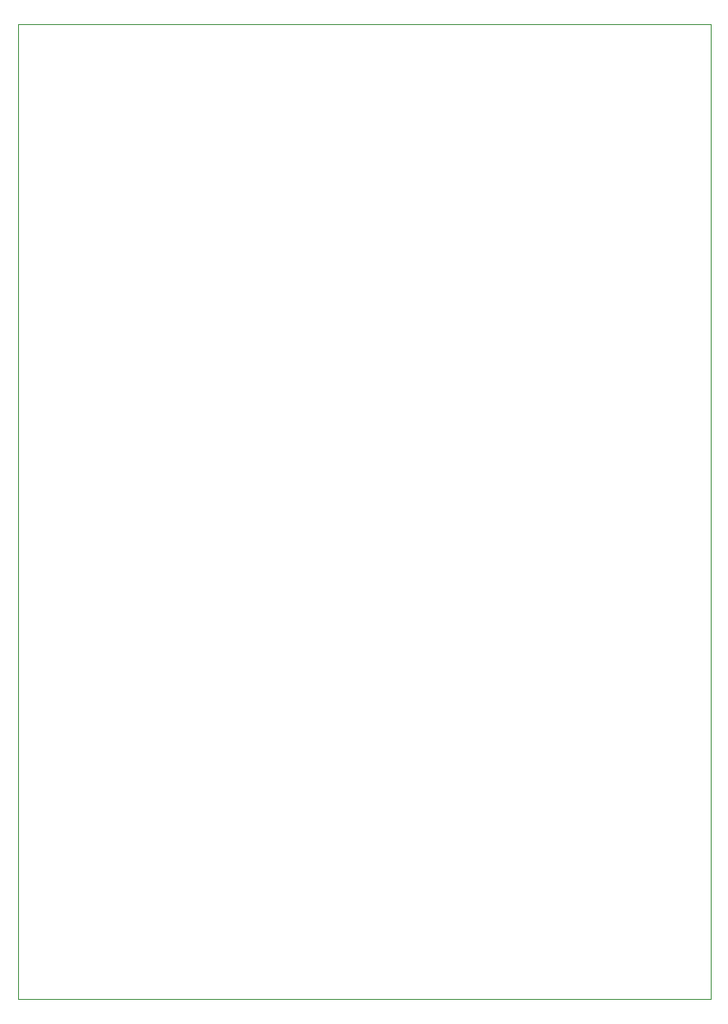
<source format=gbr>
%TF.GenerationSoftware,KiCad,Pcbnew,8.0.8*%
%TF.CreationDate,2025-01-17T20:21:58+11:00*%
%TF.ProjectId,ti59_keyboard,74693539-5f6b-4657-9962-6f6172642e6b,1*%
%TF.SameCoordinates,Original*%
%TF.FileFunction,Profile,NP*%
%FSLAX46Y46*%
G04 Gerber Fmt 4.6, Leading zero omitted, Abs format (unit mm)*
G04 Created by KiCad (PCBNEW 8.0.8) date 2025-01-17 20:21:58*
%MOMM*%
%LPD*%
G01*
G04 APERTURE LIST*
%TA.AperFunction,Profile*%
%ADD10C,0.100000*%
%TD*%
G04 APERTURE END LIST*
D10*
X-34000000Y0D02*
X34000000Y0D01*
X34000000Y-95660000D01*
X-34000000Y-95660000D01*
X-34000000Y0D01*
M02*

</source>
